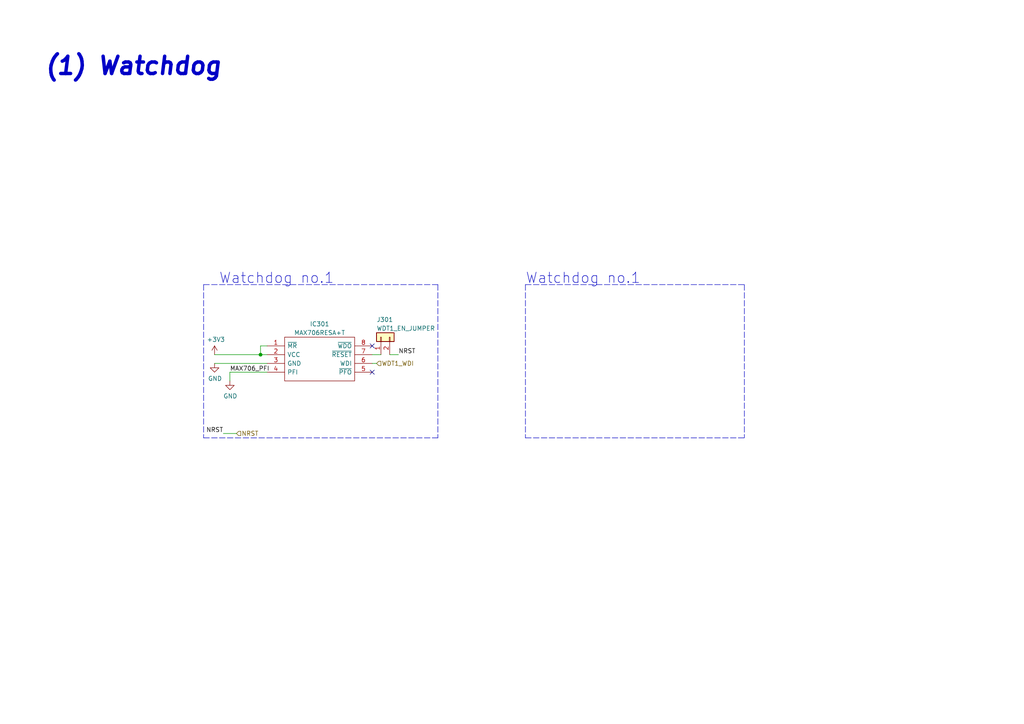
<source format=kicad_sch>
(kicad_sch (version 20211123) (generator eeschema)
  (paper "A4")
  (title_block (title "Master Sheet for CubeSat") (rev "REV1") (company "FIBO"))
  (lib_symbols
    (symbol "Connector_Generic:Conn_01x02" (pin_names (offset 1.016) hide)
      (property "Reference" "J" (at 0 2.54 0))
      (property "Value" "Conn_01x02" (at 0 -5.08 0))
      (symbol "Conn_01x02_1_1"
        (rectangle (start -1.27 -2.413) (end 0 -2.667) (stroke (width 0.1524)))
        (rectangle (start -1.27 0.127) (end 0 -0.127) (stroke (width 0.1524)))
        (rectangle (start -1.27 1.27) (end 1.27 -3.81) (stroke (width 0.254)) (fill (type background)))
        (pin passive line (at -5.08 0 0) (length 3.81) (name "Pin_1") (number "1"))
        (pin passive line (at -5.08 -2.54 0) (length 3.81) (name "Pin_2") (number "2"))
      )
    )
    (symbol "SamacSys_Parts:MAX706RESA+T" (pin_names (offset 0.762))
      (property "Reference" "IC" (at 26.67 7.62 0))
      (property "Value" "MAX706RESA+T" (at 26.67 5.08 0))
      (symbol "MAX706RESA+T_0_0"
        (pin passive line (at 0 0 0) (length 5.08) (name "~{MR}") (number "1"))
        (pin passive line (at 0 -2.54 0) (length 5.08) (name "VCC") (number "2"))
        (pin passive line (at 0 -5.08 0) (length 5.08) (name "GND") (number "3"))
        (pin passive line (at 0 -7.62 0) (length 5.08) (name "PFI") (number "4"))
        (pin passive line (at 30.48 -7.62 180) (length 5.08) (name "~{PFO}") (number "5"))
        (pin passive line (at 30.48 -5.08 180) (length 5.08) (name "WDI") (number "6"))
        (pin passive line (at 30.48 -2.54 180) (length 5.08) (name "~{RESET}") (number "7"))
        (pin passive line (at 30.48 0 180) (length 5.08) (name "~{WDO}") (number "8"))
      )
      (symbol "MAX706RESA+T_0_1"
        (polyline (pts (xy 5.08 2.54) (xy 25.4 2.54) (xy 25.4 -10.16) (xy 5.08 -10.16) (xy 5.08 2.54)) (stroke (width 0.1524)))
      )
    )
    (symbol "power:+3.3V" (power) (pin_names (offset 0))
      (property "Value" "+3.3V" (at 0 3.556 0))
      (symbol "+3.3V_0_1"
        (polyline (pts (xy -0.762 1.27) (xy 0 2.54)))
        (polyline (pts (xy 0 0) (xy 0 2.54)))
        (polyline (pts (xy 0 2.54) (xy 0.762 1.27)))
      )
      (symbol "+3.3V_1_1"
        (pin power_in line (at 0 0 90) (length 0) hide (name "+3V3") (number "1"))
      )
    )
    (symbol "power:GND" (power) (pin_names (offset 0))
      (property "Value" "GND" (at 0 -3.81 0))
      (symbol "GND_0_1"
        (polyline (pts (xy 0 0) (xy 0 -1.27) (xy 1.27 -1.27) (xy 0 -2.54) (xy -1.27 -1.27) (xy 0 -1.27)))
      )
      (symbol "GND_1_1"
        (pin power_in line (at 0 0 270) (length 0) hide (name "GND") (number "1"))
      )
    )
  )
  (junction (at 75.565 102.87))
  (no_connect (at 107.95 107.95))
  (no_connect (at 107.95 100.33))
  (polyline (pts (xy 215.9 82.55) (xy 215.9 127)))
  (wire (pts (xy 64.77 125.73) (xy 68.58 125.73)))
  (wire (pts (xy 107.95 105.41) (xy 109.22 105.41)))
  (wire (pts (xy 75.565 102.87) (xy 77.47 102.87)))
  (wire (pts (xy 62.23 102.87) (xy 75.565 102.87)))
  (polyline (pts (xy 127 82.55) (xy 127 127)))
  (wire (pts (xy 115.57 102.87) (xy 113.03 102.87)))
  (polyline (pts (xy 152.4 82.55) (xy 215.9 82.55)))
  (wire (pts (xy 77.47 100.33) (xy 75.565 100.33)))
  (wire (pts (xy 62.23 105.41) (xy 77.47 105.41)))
  (polyline (pts (xy 59.055 82.55) (xy 127 82.55)))
  (polyline (pts (xy 59.055 127) (xy 127 127)))
  (polyline (pts (xy 59.055 82.55) (xy 59.055 127)))
  (wire (pts (xy 66.675 107.95) (xy 66.675 110.49)))
  (polyline (pts (xy 152.4 82.55) (xy 152.4 127)))
  (wire (pts (xy 110.49 102.87) (xy 107.95 102.87)))
  (polyline (pts (xy 152.4 127) (xy 215.9 127)))
  (wire (pts (xy 66.675 107.95) (xy 77.47 107.95)))
  (wire (pts (xy 75.565 100.33) (xy 75.565 102.87)))
  (text "(1) Watchdog" (at 12.7 22.225 0) (effects (font (size 5 5) (thickness 1) bold italic) (justify left bottom)))
  (text "Watchdog no.1" (at 152.4 82.55 0) (effects (font (size 3 3)) (justify left bottom)))
  (text "Watchdog no.1" (at 63.5 82.55 0) (effects (font (size 3 3)) (justify left bottom)))
  (label "NRST" (at 64.77 125.73 180))
  (label "NRST" (at 115.57 102.87 0))
  (label "MAX706_PFI" (at 66.675 107.95 0))
  (hierarchical_label "WDT1_WDI" (shape input) (at 109.22 105.41 0))
  (hierarchical_label "NRST" (shape input) (at 68.58 125.73 0))
  (symbol (lib_id "power:GND") (at 66.675 110.49 0) (unit 1)
    (property "Reference" "#PWR0303" (effects hide))
    (property "Value" "GND" (at 66.802 114.8842 0))
  )
  (symbol (lib_id "Connector_Generic:Conn_01x02") (at 110.49 97.79 90) (unit 1)
    (property "Reference" "J301" (at 109.22 92.71 90) (effects (justify right)))
    (property "Value" "WDT1_EN_JUMPER" (at 109.22 95.25 90) (effects (justify right)))
    (property "Footprint" "Connector_PinHeader_2.54mm:PinHeader_1x02_P2.54mm_Vertical" (effects hide))
  )
  (symbol (lib_id "power:GND") (at 62.23 105.41 0) (unit 1)
    (property "Reference" "#PWR0302" (effects hide))
    (property "Value" "GND" (at 62.357 109.8042 0))
  )
  (symbol (lib_id "power:+3.3V") (at 62.23 102.87 0) (unit 1)
    (property "Reference" "#PWR0301" (effects hide))
    (property "Value" "+3.3V" (at 62.611 98.4758 0))
  )
  (symbol (lib_id "SamacSys_Parts:MAX706RESA+T") (at 77.47 100.33 0) (unit 1)
    (property "Reference" "IC301" (at 92.71 93.98 0))
    (property "Value" "MAX706RESA+T" (at 92.71 96.52 0))
    (property "Footprint" "SamacSys_Parts:SOIC127P600X175-8N" (effects hide))
    (property "Datasheet" "https://pdfserv.maximintegrated.com/en/ds/MAX706AP-MAX708T.pdf" (effects hide))
    (property "Description" "MAXIM INTEGRATED PRODUCTS - MAX706RESA+T - MPU Supervisor, 1.2V-5.5V supply, Active-Low, Push-Pull reset, 200 ms delay/2.63V threshold, NSOIC-8" (effects hide))
    (property "Height" "1.75" (effects hide))
    (property "Manufacturer_Name" "Maxim Integrated" (effects hide))
    (property "Manufacturer_Part_Number" "MAX706RESA+T" (effects hide))
    (property "Mouser Part Number" "700-MAX706RESAT" (effects hide))
    (property "Mouser Price/Stock" "https://www.mouser.co.uk/ProductDetail/Maxim-Integrated/MAX706RESA%2bT?qs=ZlLWvsADX%2FmYLflDyxj85g%3D%3D" (effects hide))
  )
)
</source>
